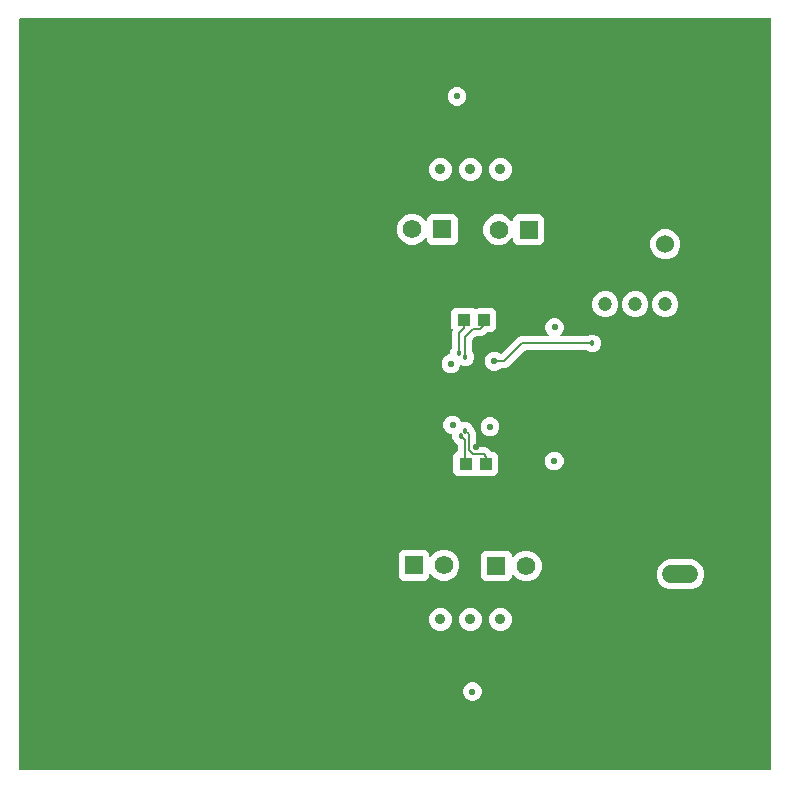
<source format=gbl>
G04 EAGLE Gerber RS-274X export*
G75*
%MOMM*%
%FSLAX34Y34*%
%LPD*%
%INBottom Copper*%
%IPPOS*%
%AMOC8*
5,1,8,0,0,1.08239X$1,22.5*%
G01*
%ADD10R,1.100000X1.000000*%
%ADD11R,5.080000X1.270000*%
%ADD12R,1.270000X5.080000*%
%ADD13C,0.914400*%
%ADD14C,1.200000*%
%ADD15C,1.530000*%
%ADD16R,2.540000X8.382000*%
%ADD17C,1.500000*%
%ADD18R,1.570000X1.570000*%
%ADD19C,1.570000*%
%ADD20C,0.762000*%
%ADD21C,0.558800*%
%ADD22C,6.350000*%
%ADD23C,0.553200*%
%ADD24C,0.203200*%
%ADD25C,0.457200*%

G36*
X635020Y-758D02*
X635020Y-758D01*
X635039Y-760D01*
X635141Y-738D01*
X635243Y-722D01*
X635260Y-712D01*
X635280Y-708D01*
X635369Y-655D01*
X635460Y-606D01*
X635474Y-592D01*
X635491Y-582D01*
X635558Y-503D01*
X635630Y-428D01*
X635638Y-410D01*
X635651Y-395D01*
X635690Y-299D01*
X635733Y-205D01*
X635735Y-185D01*
X635743Y-167D01*
X635761Y0D01*
X635761Y635000D01*
X635758Y635020D01*
X635760Y635039D01*
X635738Y635141D01*
X635722Y635243D01*
X635712Y635260D01*
X635708Y635280D01*
X635655Y635369D01*
X635606Y635460D01*
X635592Y635474D01*
X635582Y635491D01*
X635503Y635558D01*
X635428Y635630D01*
X635410Y635638D01*
X635395Y635651D01*
X635299Y635690D01*
X635205Y635733D01*
X635185Y635735D01*
X635167Y635743D01*
X635000Y635761D01*
X0Y635761D01*
X-20Y635758D01*
X-39Y635760D01*
X-141Y635738D01*
X-243Y635722D01*
X-260Y635712D01*
X-280Y635708D01*
X-369Y635655D01*
X-460Y635606D01*
X-474Y635592D01*
X-491Y635582D01*
X-558Y635503D01*
X-630Y635428D01*
X-638Y635410D01*
X-651Y635395D01*
X-690Y635299D01*
X-733Y635205D01*
X-735Y635185D01*
X-743Y635167D01*
X-761Y635000D01*
X-761Y0D01*
X-758Y-20D01*
X-760Y-39D01*
X-738Y-141D01*
X-722Y-243D01*
X-712Y-260D01*
X-708Y-280D01*
X-655Y-369D01*
X-606Y-460D01*
X-592Y-474D01*
X-582Y-491D01*
X-503Y-558D01*
X-428Y-630D01*
X-410Y-638D01*
X-395Y-651D01*
X-299Y-690D01*
X-205Y-733D01*
X-185Y-735D01*
X-167Y-743D01*
X0Y-761D01*
X635000Y-761D01*
X635020Y-758D01*
G37*
%LPC*%
G36*
X399759Y337593D02*
X399759Y337593D01*
X396875Y338788D01*
X394668Y340995D01*
X393473Y343879D01*
X393473Y347001D01*
X394668Y349885D01*
X396875Y352092D01*
X399759Y353287D01*
X402881Y353287D01*
X405765Y352092D01*
X406097Y351760D01*
X406171Y351707D01*
X406241Y351647D01*
X406271Y351635D01*
X406297Y351616D01*
X406384Y351589D01*
X406469Y351555D01*
X406510Y351551D01*
X406532Y351544D01*
X406564Y351545D01*
X406636Y351537D01*
X406861Y351537D01*
X406951Y351551D01*
X407042Y351559D01*
X407072Y351571D01*
X407104Y351576D01*
X407185Y351619D01*
X407269Y351655D01*
X407301Y351681D01*
X407321Y351692D01*
X407344Y351715D01*
X407400Y351760D01*
X421488Y365849D01*
X423729Y366777D01*
X446805Y366777D01*
X446875Y366788D01*
X446947Y366790D01*
X446996Y366808D01*
X447047Y366816D01*
X447111Y366850D01*
X447178Y366875D01*
X447219Y366907D01*
X447265Y366932D01*
X447314Y366984D01*
X447370Y367028D01*
X447398Y367072D01*
X447434Y367110D01*
X447464Y367175D01*
X447503Y367235D01*
X447516Y367286D01*
X447538Y367333D01*
X447546Y367404D01*
X447563Y367474D01*
X447559Y367526D01*
X447565Y367577D01*
X447549Y367648D01*
X447544Y367719D01*
X447524Y367767D01*
X447512Y367818D01*
X447476Y367879D01*
X447448Y367945D01*
X447403Y368001D01*
X447386Y368029D01*
X447369Y368044D01*
X447343Y368076D01*
X445722Y369697D01*
X444527Y372581D01*
X444527Y375703D01*
X445722Y378587D01*
X447929Y380794D01*
X450813Y381989D01*
X453935Y381989D01*
X456819Y380794D01*
X459026Y378587D01*
X460221Y375703D01*
X460221Y372581D01*
X459026Y369697D01*
X457405Y368076D01*
X457363Y368018D01*
X457314Y367966D01*
X457292Y367919D01*
X457262Y367877D01*
X457241Y367808D01*
X457210Y367743D01*
X457205Y367691D01*
X457189Y367641D01*
X457191Y367570D01*
X457183Y367499D01*
X457194Y367448D01*
X457196Y367396D01*
X457220Y367328D01*
X457236Y367258D01*
X457262Y367213D01*
X457280Y367165D01*
X457325Y367109D01*
X457362Y367047D01*
X457401Y367013D01*
X457434Y366973D01*
X457494Y366934D01*
X457549Y366887D01*
X457597Y366868D01*
X457641Y366840D01*
X457710Y366822D01*
X457777Y366795D01*
X457848Y366787D01*
X457879Y366779D01*
X457903Y366781D01*
X457943Y366777D01*
X479741Y366777D01*
X479831Y366791D01*
X479922Y366799D01*
X479952Y366811D01*
X479984Y366816D01*
X480065Y366859D01*
X480149Y366895D01*
X480167Y366909D01*
X482913Y368047D01*
X485843Y368047D01*
X488551Y366925D01*
X490623Y364853D01*
X491745Y362145D01*
X491745Y359215D01*
X490623Y356507D01*
X488551Y354435D01*
X485843Y353313D01*
X482913Y353313D01*
X480158Y354454D01*
X480136Y354473D01*
X480106Y354485D01*
X480080Y354504D01*
X479993Y354531D01*
X479908Y354565D01*
X479867Y354569D01*
X479845Y354576D01*
X479813Y354575D01*
X479741Y354583D01*
X427783Y354583D01*
X427693Y354569D01*
X427602Y354561D01*
X427572Y354549D01*
X427540Y354544D01*
X427459Y354501D01*
X427375Y354465D01*
X427343Y354439D01*
X427323Y354428D01*
X427300Y354405D01*
X427244Y354360D01*
X413156Y340271D01*
X410915Y339343D01*
X406636Y339343D01*
X406545Y339329D01*
X406455Y339321D01*
X406425Y339309D01*
X406393Y339304D01*
X406312Y339261D01*
X406228Y339225D01*
X406196Y339199D01*
X406175Y339188D01*
X406153Y339165D01*
X406097Y339120D01*
X405765Y338788D01*
X402881Y337593D01*
X399759Y337593D01*
G37*
%LPD*%
%LPC*%
G36*
X362929Y335561D02*
X362929Y335561D01*
X360045Y336756D01*
X357838Y338963D01*
X356643Y341847D01*
X356643Y344969D01*
X357838Y347853D01*
X360045Y350060D01*
X362929Y351255D01*
X363220Y351255D01*
X363240Y351258D01*
X363259Y351256D01*
X363361Y351278D01*
X363463Y351294D01*
X363480Y351304D01*
X363500Y351308D01*
X363589Y351361D01*
X363680Y351410D01*
X363694Y351424D01*
X363711Y351434D01*
X363778Y351513D01*
X363850Y351588D01*
X363858Y351606D01*
X363871Y351621D01*
X363910Y351717D01*
X363953Y351811D01*
X363955Y351831D01*
X363963Y351849D01*
X363981Y352016D01*
X363981Y354271D01*
X365122Y357026D01*
X365141Y357048D01*
X365153Y357078D01*
X365172Y357104D01*
X365199Y357191D01*
X365233Y357276D01*
X365237Y357317D01*
X365244Y357339D01*
X365243Y357371D01*
X365251Y357443D01*
X365251Y370275D01*
X365960Y371985D01*
X365969Y372024D01*
X365979Y372046D01*
X365984Y372088D01*
X365986Y372099D01*
X366015Y372212D01*
X366014Y372218D01*
X366016Y372224D01*
X366005Y372341D01*
X365996Y372457D01*
X365993Y372463D01*
X365993Y372469D01*
X365945Y372576D01*
X365899Y372683D01*
X365895Y372689D01*
X365893Y372694D01*
X365880Y372707D01*
X365795Y372814D01*
X364967Y373641D01*
X364967Y387851D01*
X367943Y390827D01*
X383152Y390827D01*
X383510Y390470D01*
X383526Y390458D01*
X383538Y390442D01*
X383625Y390386D01*
X383709Y390326D01*
X383728Y390320D01*
X383745Y390309D01*
X383846Y390284D01*
X383945Y390254D01*
X383964Y390254D01*
X383984Y390249D01*
X384087Y390257D01*
X384190Y390260D01*
X384209Y390267D01*
X384229Y390268D01*
X384324Y390309D01*
X384421Y390344D01*
X384437Y390357D01*
X384455Y390365D01*
X384586Y390470D01*
X384943Y390827D01*
X400153Y390827D01*
X403129Y387851D01*
X403129Y373641D01*
X400153Y370665D01*
X396113Y370665D01*
X396023Y370651D01*
X395932Y370643D01*
X395902Y370631D01*
X395870Y370626D01*
X395789Y370583D01*
X395705Y370547D01*
X395673Y370521D01*
X395653Y370510D01*
X395630Y370487D01*
X395574Y370442D01*
X392582Y367449D01*
X390341Y366521D01*
X386127Y366521D01*
X386037Y366507D01*
X385946Y366499D01*
X385916Y366487D01*
X385884Y366482D01*
X385803Y366439D01*
X385719Y366403D01*
X385687Y366377D01*
X385667Y366366D01*
X385644Y366343D01*
X385588Y366298D01*
X383002Y363712D01*
X382949Y363638D01*
X382889Y363568D01*
X382877Y363538D01*
X382858Y363512D01*
X382831Y363425D01*
X382797Y363340D01*
X382793Y363299D01*
X382786Y363277D01*
X382787Y363245D01*
X382779Y363173D01*
X382779Y353379D01*
X382793Y353289D01*
X382801Y353198D01*
X382813Y353168D01*
X382818Y353136D01*
X382861Y353055D01*
X382897Y352971D01*
X382911Y352953D01*
X384049Y350207D01*
X384049Y347277D01*
X382927Y344569D01*
X380855Y342497D01*
X378147Y341375D01*
X375217Y341375D01*
X373295Y342171D01*
X373276Y342176D01*
X373258Y342185D01*
X373156Y342204D01*
X373055Y342227D01*
X373036Y342226D01*
X373016Y342229D01*
X372913Y342214D01*
X372811Y342204D01*
X372792Y342196D01*
X372773Y342193D01*
X372680Y342146D01*
X372586Y342104D01*
X372571Y342091D01*
X372553Y342082D01*
X372481Y342008D01*
X372405Y341938D01*
X372395Y341920D01*
X372381Y341906D01*
X372300Y341759D01*
X371142Y338963D01*
X368935Y336756D01*
X366051Y335561D01*
X362929Y335561D01*
G37*
%LPD*%
%LPC*%
G36*
X369467Y248745D02*
X369467Y248745D01*
X366491Y251721D01*
X366491Y265931D01*
X369471Y268910D01*
X369472Y268910D01*
X369491Y268908D01*
X369593Y268930D01*
X369695Y268946D01*
X369712Y268956D01*
X369732Y268960D01*
X369821Y269013D01*
X369912Y269062D01*
X369926Y269076D01*
X369943Y269086D01*
X370010Y269165D01*
X370082Y269240D01*
X370090Y269258D01*
X370103Y269273D01*
X370142Y269369D01*
X370185Y269463D01*
X370187Y269483D01*
X370195Y269501D01*
X370213Y269668D01*
X370213Y274664D01*
X370194Y274779D01*
X370177Y274895D01*
X370175Y274901D01*
X370174Y274907D01*
X370119Y275010D01*
X370066Y275114D01*
X370061Y275119D01*
X370058Y275124D01*
X369974Y275204D01*
X369890Y275287D01*
X369884Y275290D01*
X369880Y275294D01*
X369863Y275301D01*
X369743Y275367D01*
X368953Y275695D01*
X366881Y277767D01*
X365759Y280475D01*
X365759Y282984D01*
X365756Y283004D01*
X365758Y283023D01*
X365736Y283125D01*
X365720Y283227D01*
X365710Y283244D01*
X365706Y283264D01*
X365653Y283353D01*
X365604Y283444D01*
X365590Y283458D01*
X365580Y283475D01*
X365501Y283542D01*
X365426Y283614D01*
X365408Y283622D01*
X365393Y283635D01*
X365297Y283674D01*
X365203Y283717D01*
X365183Y283719D01*
X365165Y283727D01*
X364998Y283745D01*
X364453Y283745D01*
X361569Y284940D01*
X359362Y287147D01*
X358167Y290031D01*
X358167Y293153D01*
X359362Y296037D01*
X361569Y298244D01*
X364453Y299439D01*
X367575Y299439D01*
X370459Y298244D01*
X372666Y296037D01*
X373384Y294303D01*
X373395Y294286D01*
X373400Y294267D01*
X373459Y294182D01*
X373495Y294125D01*
X373502Y294113D01*
X373502Y294112D01*
X373514Y294094D01*
X373529Y294081D01*
X373541Y294065D01*
X373624Y294003D01*
X373703Y293937D01*
X373722Y293930D01*
X373738Y293918D01*
X373836Y293886D01*
X373933Y293849D01*
X373953Y293848D01*
X373972Y293842D01*
X374075Y293843D01*
X374179Y293838D01*
X374198Y293844D01*
X374218Y293844D01*
X374343Y293881D01*
X374353Y293882D01*
X374359Y293885D01*
X374379Y293891D01*
X374963Y294133D01*
X377893Y294133D01*
X380601Y293011D01*
X382673Y290939D01*
X383814Y288184D01*
X383817Y288156D01*
X383829Y288126D01*
X383834Y288094D01*
X383877Y288013D01*
X383913Y287929D01*
X383939Y287897D01*
X383950Y287877D01*
X383973Y287854D01*
X384018Y287798D01*
X384899Y286918D01*
X385827Y284677D01*
X385827Y273558D01*
X385830Y273538D01*
X385828Y273519D01*
X385850Y273417D01*
X385866Y273315D01*
X385876Y273298D01*
X385880Y273278D01*
X385933Y273189D01*
X385982Y273098D01*
X385996Y273084D01*
X386006Y273067D01*
X386085Y273000D01*
X386160Y272928D01*
X386178Y272920D01*
X386193Y272907D01*
X386289Y272868D01*
X386383Y272825D01*
X386403Y272823D01*
X386421Y272815D01*
X386588Y272797D01*
X393389Y272797D01*
X395630Y271869D01*
X398368Y269130D01*
X398442Y269077D01*
X398512Y269017D01*
X398542Y269005D01*
X398568Y268986D01*
X398655Y268959D01*
X398740Y268925D01*
X398781Y268921D01*
X398803Y268914D01*
X398835Y268915D01*
X398907Y268907D01*
X401677Y268907D01*
X404653Y265931D01*
X404653Y251721D01*
X401677Y248745D01*
X386467Y248745D01*
X386110Y249102D01*
X386094Y249114D01*
X386082Y249130D01*
X385995Y249186D01*
X385911Y249246D01*
X385892Y249252D01*
X385875Y249263D01*
X385774Y249288D01*
X385675Y249318D01*
X385656Y249318D01*
X385636Y249323D01*
X385533Y249315D01*
X385430Y249312D01*
X385411Y249305D01*
X385391Y249304D01*
X385296Y249263D01*
X385199Y249228D01*
X385183Y249215D01*
X385165Y249207D01*
X385034Y249102D01*
X384676Y248745D01*
X369467Y248745D01*
G37*
%LPD*%
%LPC*%
G36*
X329406Y444269D02*
X329406Y444269D01*
X324653Y446238D01*
X321016Y449875D01*
X319047Y454628D01*
X319047Y459772D01*
X321016Y464525D01*
X324653Y468162D01*
X329406Y470131D01*
X334550Y470131D01*
X339303Y468162D01*
X342940Y464525D01*
X342983Y464422D01*
X343034Y464339D01*
X343080Y464253D01*
X343098Y464235D01*
X343112Y464213D01*
X343187Y464151D01*
X343258Y464084D01*
X343282Y464073D01*
X343302Y464056D01*
X343393Y464021D01*
X343481Y463980D01*
X343507Y463977D01*
X343531Y463968D01*
X343629Y463964D01*
X343725Y463953D01*
X343751Y463959D01*
X343777Y463957D01*
X343871Y463985D01*
X343966Y464005D01*
X343988Y464019D01*
X344013Y464026D01*
X344093Y464081D01*
X344177Y464131D01*
X344194Y464151D01*
X344215Y464166D01*
X344274Y464244D01*
X344337Y464318D01*
X344347Y464343D01*
X344362Y464364D01*
X344392Y464456D01*
X344429Y464546D01*
X344432Y464579D01*
X344438Y464597D01*
X344438Y464630D01*
X344447Y464713D01*
X344447Y467155D01*
X347423Y470131D01*
X367333Y470131D01*
X370309Y467155D01*
X370309Y447245D01*
X367333Y444269D01*
X347423Y444269D01*
X344447Y447245D01*
X344447Y449687D01*
X344432Y449783D01*
X344422Y449880D01*
X344412Y449904D01*
X344408Y449930D01*
X344362Y450016D01*
X344322Y450105D01*
X344305Y450124D01*
X344292Y450147D01*
X344222Y450214D01*
X344156Y450286D01*
X344133Y450298D01*
X344114Y450316D01*
X344026Y450357D01*
X343940Y450404D01*
X343915Y450409D01*
X343891Y450420D01*
X343794Y450431D01*
X343698Y450448D01*
X343672Y450444D01*
X343647Y450447D01*
X343551Y450426D01*
X343455Y450412D01*
X343432Y450400D01*
X343406Y450395D01*
X343323Y450345D01*
X343236Y450301D01*
X343217Y450282D01*
X343195Y450269D01*
X343132Y450195D01*
X343064Y450125D01*
X343048Y450096D01*
X343035Y450082D01*
X343023Y450051D01*
X342983Y449978D01*
X342940Y449875D01*
X339303Y446238D01*
X334550Y444269D01*
X329406Y444269D01*
G37*
%LPD*%
%LPC*%
G36*
X402304Y444015D02*
X402304Y444015D01*
X397551Y445984D01*
X393914Y449621D01*
X391945Y454374D01*
X391945Y459518D01*
X393914Y464271D01*
X397551Y467908D01*
X402304Y469877D01*
X407448Y469877D01*
X412201Y467908D01*
X415838Y464271D01*
X415881Y464168D01*
X415932Y464085D01*
X415978Y463999D01*
X415996Y463981D01*
X416010Y463959D01*
X416085Y463897D01*
X416156Y463830D01*
X416180Y463819D01*
X416200Y463802D01*
X416291Y463767D01*
X416379Y463726D01*
X416405Y463723D01*
X416429Y463714D01*
X416527Y463710D01*
X416623Y463699D01*
X416649Y463705D01*
X416675Y463703D01*
X416769Y463731D01*
X416864Y463751D01*
X416886Y463765D01*
X416911Y463772D01*
X416991Y463827D01*
X417075Y463877D01*
X417092Y463897D01*
X417113Y463912D01*
X417172Y463990D01*
X417235Y464064D01*
X417245Y464089D01*
X417260Y464110D01*
X417290Y464202D01*
X417327Y464292D01*
X417330Y464325D01*
X417336Y464343D01*
X417336Y464376D01*
X417345Y464459D01*
X417345Y466901D01*
X420321Y469877D01*
X440231Y469877D01*
X443207Y466901D01*
X443207Y446991D01*
X440231Y444015D01*
X420321Y444015D01*
X417345Y446991D01*
X417345Y449433D01*
X417330Y449529D01*
X417320Y449626D01*
X417310Y449650D01*
X417306Y449676D01*
X417260Y449762D01*
X417220Y449851D01*
X417203Y449870D01*
X417190Y449893D01*
X417120Y449960D01*
X417054Y450032D01*
X417031Y450044D01*
X417012Y450062D01*
X416924Y450103D01*
X416838Y450150D01*
X416813Y450155D01*
X416789Y450166D01*
X416692Y450177D01*
X416596Y450194D01*
X416570Y450190D01*
X416545Y450193D01*
X416449Y450172D01*
X416353Y450158D01*
X416330Y450146D01*
X416304Y450141D01*
X416221Y450091D01*
X416134Y450047D01*
X416115Y450028D01*
X416093Y450015D01*
X416030Y449941D01*
X415962Y449871D01*
X415946Y449842D01*
X415933Y449828D01*
X415921Y449797D01*
X415881Y449724D01*
X415838Y449621D01*
X412201Y445984D01*
X407448Y444015D01*
X402304Y444015D01*
G37*
%LPD*%
%LPC*%
G36*
X323293Y159789D02*
X323293Y159789D01*
X320317Y162765D01*
X320317Y182675D01*
X323293Y185651D01*
X343203Y185651D01*
X346179Y182675D01*
X346179Y180233D01*
X346194Y180137D01*
X346204Y180040D01*
X346214Y180016D01*
X346218Y179990D01*
X346264Y179904D01*
X346304Y179815D01*
X346321Y179796D01*
X346334Y179773D01*
X346404Y179706D01*
X346470Y179634D01*
X346493Y179622D01*
X346512Y179604D01*
X346600Y179563D01*
X346686Y179516D01*
X346711Y179511D01*
X346735Y179500D01*
X346832Y179489D01*
X346928Y179472D01*
X346954Y179476D01*
X346979Y179473D01*
X347075Y179494D01*
X347171Y179508D01*
X347194Y179520D01*
X347220Y179525D01*
X347303Y179575D01*
X347390Y179619D01*
X347409Y179638D01*
X347431Y179651D01*
X347494Y179725D01*
X347562Y179795D01*
X347578Y179824D01*
X347591Y179838D01*
X347603Y179869D01*
X347643Y179942D01*
X347686Y180045D01*
X351323Y183682D01*
X356076Y185651D01*
X361220Y185651D01*
X365973Y183682D01*
X369610Y180045D01*
X371579Y175292D01*
X371579Y170148D01*
X369610Y165395D01*
X365973Y161758D01*
X361220Y159789D01*
X356076Y159789D01*
X351323Y161758D01*
X347686Y165395D01*
X347643Y165498D01*
X347592Y165581D01*
X347546Y165667D01*
X347528Y165685D01*
X347514Y165707D01*
X347439Y165769D01*
X347368Y165836D01*
X347344Y165847D01*
X347324Y165864D01*
X347233Y165899D01*
X347145Y165940D01*
X347119Y165943D01*
X347095Y165952D01*
X346997Y165956D01*
X346901Y165967D01*
X346875Y165961D01*
X346849Y165963D01*
X346755Y165935D01*
X346660Y165915D01*
X346638Y165901D01*
X346613Y165894D01*
X346533Y165839D01*
X346449Y165789D01*
X346432Y165769D01*
X346411Y165754D01*
X346352Y165676D01*
X346289Y165602D01*
X346279Y165577D01*
X346264Y165556D01*
X346234Y165464D01*
X346197Y165374D01*
X346194Y165341D01*
X346188Y165323D01*
X346188Y165290D01*
X346179Y165207D01*
X346179Y162765D01*
X343203Y159789D01*
X323293Y159789D01*
G37*
%LPD*%
%LPC*%
G36*
X393143Y159281D02*
X393143Y159281D01*
X390167Y162257D01*
X390167Y182167D01*
X393143Y185143D01*
X413053Y185143D01*
X416029Y182167D01*
X416029Y179725D01*
X416044Y179629D01*
X416054Y179532D01*
X416064Y179508D01*
X416068Y179482D01*
X416114Y179396D01*
X416154Y179307D01*
X416171Y179288D01*
X416184Y179265D01*
X416254Y179198D01*
X416320Y179126D01*
X416343Y179114D01*
X416362Y179096D01*
X416450Y179055D01*
X416536Y179008D01*
X416561Y179003D01*
X416585Y178992D01*
X416682Y178981D01*
X416778Y178964D01*
X416804Y178968D01*
X416829Y178965D01*
X416925Y178986D01*
X417021Y179000D01*
X417044Y179012D01*
X417070Y179017D01*
X417153Y179067D01*
X417240Y179111D01*
X417259Y179130D01*
X417281Y179143D01*
X417344Y179217D01*
X417412Y179287D01*
X417428Y179316D01*
X417441Y179330D01*
X417453Y179361D01*
X417493Y179434D01*
X417536Y179537D01*
X421173Y183174D01*
X425926Y185143D01*
X431070Y185143D01*
X435823Y183174D01*
X439460Y179537D01*
X441429Y174784D01*
X441429Y169640D01*
X439460Y164887D01*
X435823Y161250D01*
X431070Y159281D01*
X425926Y159281D01*
X421173Y161250D01*
X417536Y164887D01*
X417493Y164990D01*
X417442Y165073D01*
X417396Y165159D01*
X417378Y165177D01*
X417364Y165199D01*
X417289Y165261D01*
X417218Y165328D01*
X417194Y165339D01*
X417174Y165356D01*
X417083Y165391D01*
X416995Y165432D01*
X416969Y165435D01*
X416945Y165444D01*
X416847Y165448D01*
X416751Y165459D01*
X416725Y165453D01*
X416699Y165455D01*
X416605Y165427D01*
X416510Y165407D01*
X416488Y165393D01*
X416463Y165386D01*
X416383Y165331D01*
X416299Y165281D01*
X416282Y165261D01*
X416261Y165246D01*
X416202Y165168D01*
X416139Y165094D01*
X416129Y165069D01*
X416114Y165048D01*
X416084Y164956D01*
X416047Y164866D01*
X416044Y164833D01*
X416038Y164815D01*
X416038Y164782D01*
X416029Y164699D01*
X416029Y162257D01*
X413053Y159281D01*
X393143Y159281D01*
G37*
%LPD*%
%LPC*%
G36*
X548798Y152519D02*
X548798Y152519D01*
X544174Y154435D01*
X540635Y157974D01*
X538719Y162598D01*
X538719Y167602D01*
X540635Y172226D01*
X544174Y175765D01*
X548798Y177681D01*
X568802Y177681D01*
X573426Y175765D01*
X576965Y172226D01*
X578881Y167602D01*
X578881Y162598D01*
X576965Y157974D01*
X573426Y154435D01*
X568802Y152519D01*
X548798Y152519D01*
G37*
%LPD*%
%LPC*%
G36*
X543568Y431769D02*
X543568Y431769D01*
X538889Y433707D01*
X535307Y437289D01*
X533369Y441968D01*
X533369Y447032D01*
X535307Y451711D01*
X538889Y455293D01*
X543568Y457231D01*
X548632Y457231D01*
X553311Y455293D01*
X556893Y451711D01*
X558831Y447032D01*
X558831Y441968D01*
X556893Y437289D01*
X553311Y433707D01*
X548632Y431769D01*
X543568Y431769D01*
G37*
%LPD*%
%LPC*%
G36*
X493096Y382619D02*
X493096Y382619D01*
X489023Y384306D01*
X485906Y387423D01*
X484219Y391496D01*
X484219Y395904D01*
X485906Y399977D01*
X489023Y403094D01*
X493096Y404781D01*
X497504Y404781D01*
X501577Y403094D01*
X504694Y399977D01*
X506381Y395904D01*
X506381Y391496D01*
X504694Y387423D01*
X501577Y384306D01*
X497504Y382619D01*
X493096Y382619D01*
G37*
%LPD*%
%LPC*%
G36*
X518496Y382619D02*
X518496Y382619D01*
X514423Y384306D01*
X511306Y387423D01*
X509619Y391496D01*
X509619Y395904D01*
X511306Y399977D01*
X514423Y403094D01*
X518496Y404781D01*
X522904Y404781D01*
X526977Y403094D01*
X530094Y399977D01*
X531781Y395904D01*
X531781Y391496D01*
X530094Y387423D01*
X526977Y384306D01*
X522904Y382619D01*
X518496Y382619D01*
G37*
%LPD*%
%LPC*%
G36*
X543896Y382619D02*
X543896Y382619D01*
X539823Y384306D01*
X536706Y387423D01*
X535019Y391496D01*
X535019Y395904D01*
X536706Y399977D01*
X539823Y403094D01*
X543896Y404781D01*
X548304Y404781D01*
X552377Y403094D01*
X555494Y399977D01*
X557181Y395904D01*
X557181Y391496D01*
X555494Y387423D01*
X552377Y384306D01*
X548304Y382619D01*
X543896Y382619D01*
G37*
%LPD*%
%LPC*%
G36*
X379080Y498347D02*
X379080Y498347D01*
X375532Y499817D01*
X372817Y502532D01*
X371347Y506080D01*
X371347Y509920D01*
X372817Y513468D01*
X375532Y516183D01*
X379080Y517653D01*
X382920Y517653D01*
X386468Y516183D01*
X389183Y513468D01*
X390653Y509920D01*
X390653Y506080D01*
X389183Y502532D01*
X386468Y499817D01*
X382920Y498347D01*
X379080Y498347D01*
G37*
%LPD*%
%LPC*%
G36*
X353680Y498347D02*
X353680Y498347D01*
X350132Y499817D01*
X347417Y502532D01*
X345947Y506080D01*
X345947Y509920D01*
X347417Y513468D01*
X350132Y516183D01*
X353680Y517653D01*
X357520Y517653D01*
X361068Y516183D01*
X363783Y513468D01*
X365253Y509920D01*
X365253Y506080D01*
X363783Y502532D01*
X361068Y499817D01*
X357520Y498347D01*
X353680Y498347D01*
G37*
%LPD*%
%LPC*%
G36*
X404480Y498347D02*
X404480Y498347D01*
X400932Y499817D01*
X398217Y502532D01*
X396747Y506080D01*
X396747Y509920D01*
X398217Y513468D01*
X400932Y516183D01*
X404480Y517653D01*
X408320Y517653D01*
X411868Y516183D01*
X414583Y513468D01*
X416053Y509920D01*
X416053Y506080D01*
X414583Y502532D01*
X411868Y499817D01*
X408320Y498347D01*
X404480Y498347D01*
G37*
%LPD*%
%LPC*%
G36*
X404480Y117347D02*
X404480Y117347D01*
X400932Y118817D01*
X398217Y121532D01*
X396747Y125080D01*
X396747Y128920D01*
X398217Y132468D01*
X400932Y135183D01*
X404480Y136653D01*
X408320Y136653D01*
X411868Y135183D01*
X414583Y132468D01*
X416053Y128920D01*
X416053Y125080D01*
X414583Y121532D01*
X411868Y118817D01*
X408320Y117347D01*
X404480Y117347D01*
G37*
%LPD*%
%LPC*%
G36*
X379080Y117347D02*
X379080Y117347D01*
X375532Y118817D01*
X372817Y121532D01*
X371347Y125080D01*
X371347Y128920D01*
X372817Y132468D01*
X375532Y135183D01*
X379080Y136653D01*
X382920Y136653D01*
X386468Y135183D01*
X389183Y132468D01*
X390653Y128920D01*
X390653Y125080D01*
X389183Y121532D01*
X386468Y118817D01*
X382920Y117347D01*
X379080Y117347D01*
G37*
%LPD*%
%LPC*%
G36*
X353680Y117347D02*
X353680Y117347D01*
X350132Y118817D01*
X347417Y121532D01*
X345947Y125080D01*
X345947Y128920D01*
X347417Y132468D01*
X350132Y135183D01*
X353680Y136653D01*
X357520Y136653D01*
X361068Y135183D01*
X363783Y132468D01*
X365253Y128920D01*
X365253Y125080D01*
X363783Y121532D01*
X361068Y118817D01*
X357520Y117347D01*
X353680Y117347D01*
G37*
%LPD*%
%LPC*%
G36*
X368263Y561875D02*
X368263Y561875D01*
X365379Y563070D01*
X363172Y565277D01*
X361977Y568161D01*
X361977Y571283D01*
X363172Y574167D01*
X365379Y576374D01*
X368263Y577569D01*
X371385Y577569D01*
X374269Y576374D01*
X376476Y574167D01*
X377671Y571283D01*
X377671Y568161D01*
X376476Y565277D01*
X374269Y563070D01*
X371385Y561875D01*
X368263Y561875D01*
G37*
%LPD*%
%LPC*%
G36*
X395949Y282221D02*
X395949Y282221D01*
X393065Y283416D01*
X390858Y285623D01*
X389663Y288507D01*
X389663Y291629D01*
X390858Y294513D01*
X393065Y296720D01*
X395949Y297915D01*
X399071Y297915D01*
X401955Y296720D01*
X404162Y294513D01*
X405357Y291629D01*
X405357Y288507D01*
X404162Y285623D01*
X401955Y283416D01*
X399071Y282221D01*
X395949Y282221D01*
G37*
%LPD*%
%LPC*%
G36*
X450559Y253265D02*
X450559Y253265D01*
X447675Y254460D01*
X445468Y256667D01*
X444273Y259551D01*
X444273Y262673D01*
X445468Y265557D01*
X447675Y267764D01*
X450559Y268959D01*
X453681Y268959D01*
X456565Y267764D01*
X458772Y265557D01*
X459967Y262673D01*
X459967Y259551D01*
X458772Y256667D01*
X456565Y254460D01*
X453681Y253265D01*
X450559Y253265D01*
G37*
%LPD*%
%LPC*%
G36*
X381217Y57939D02*
X381217Y57939D01*
X378333Y59134D01*
X376126Y61341D01*
X374931Y64225D01*
X374931Y67347D01*
X376126Y70231D01*
X378333Y72438D01*
X381217Y73633D01*
X384339Y73633D01*
X387223Y72438D01*
X389430Y70231D01*
X390625Y67347D01*
X390625Y64225D01*
X389430Y61341D01*
X387223Y59134D01*
X384339Y57939D01*
X381217Y57939D01*
G37*
%LPD*%
D10*
X375548Y380746D03*
X392548Y380746D03*
X377072Y258826D03*
X394072Y258826D03*
D11*
X609600Y525145D03*
X609600Y440055D03*
D12*
X427355Y609600D03*
X512445Y609600D03*
X249555Y609600D03*
X334645Y609600D03*
X512445Y25400D03*
X427355Y25400D03*
X334645Y25400D03*
X249555Y25400D03*
D13*
X355600Y127000D03*
X381000Y127000D03*
X406400Y127000D03*
X406400Y508000D03*
X381000Y508000D03*
X355600Y508000D03*
D14*
X520700Y393700D03*
X495300Y393700D03*
X546100Y393700D03*
D15*
X546100Y444500D03*
X495300Y444500D03*
D16*
X11430Y374904D03*
X12700Y127000D03*
X622300Y304800D03*
D17*
X566300Y165100D02*
X551300Y165100D01*
X551300Y190500D02*
X566300Y190500D01*
D18*
X357378Y457200D03*
D19*
X331978Y457200D03*
D18*
X430276Y456946D03*
D19*
X404876Y456946D03*
D18*
X333248Y172720D03*
D19*
X358648Y172720D03*
D18*
X403098Y172212D03*
D19*
X428498Y172212D03*
D20*
X194616Y488876D03*
X207188Y476303D03*
X219761Y463731D03*
X232333Y451159D03*
X183121Y477381D03*
X195694Y464809D03*
X208266Y452236D03*
X220838Y439664D03*
X182044Y501448D03*
X169471Y514020D03*
X156899Y526593D03*
X144327Y539165D03*
X170549Y489953D03*
X157977Y502526D03*
X145404Y515098D03*
X132832Y527670D03*
X155821Y550660D03*
X167316Y562155D03*
X178990Y573829D03*
X192833Y562527D03*
X205405Y548684D03*
X217977Y536112D03*
X230550Y523539D03*
X132971Y107063D03*
X145543Y119635D03*
X158116Y132208D03*
X170688Y144780D03*
X183260Y157352D03*
X195833Y169925D03*
X208405Y182497D03*
X220977Y195069D03*
X144466Y95568D03*
X157038Y108141D03*
X169610Y120713D03*
X182183Y133285D03*
X194755Y145858D03*
X207327Y158430D03*
X219900Y171002D03*
X232472Y183575D03*
X121476Y118558D03*
X109981Y130052D03*
X98307Y141727D03*
X109609Y154299D03*
X122182Y166871D03*
X134754Y179444D03*
X147327Y193286D03*
D21*
X11430Y147320D03*
X24130Y147320D03*
X36830Y147320D03*
X49530Y147320D03*
X62230Y139700D03*
X74930Y130810D03*
X86360Y120650D03*
X96520Y110490D03*
X107950Y99060D03*
X118110Y88900D03*
X134620Y87630D03*
X10160Y106680D03*
X22860Y106680D03*
X35560Y106680D03*
X48260Y106680D03*
X59690Y111760D03*
X69850Y104140D03*
X81280Y92710D03*
X92710Y82550D03*
X109220Y66040D03*
X135890Y64770D03*
X156210Y64770D03*
X249936Y154178D03*
X254000Y175260D03*
X254000Y190500D03*
X252730Y201930D03*
X237490Y215900D03*
X227330Y215900D03*
X212090Y215900D03*
X246380Y224790D03*
X255270Y233680D03*
X8382Y360426D03*
X21082Y360426D03*
X35052Y360426D03*
X46990Y360680D03*
X26162Y304038D03*
X62230Y361950D03*
X76200Y368300D03*
X87630Y379730D03*
X91440Y397510D03*
X91440Y414020D03*
X91440Y426720D03*
X91440Y436880D03*
X102870Y448310D03*
X113030Y458470D03*
X120650Y464820D03*
X8128Y385318D03*
X20066Y385826D03*
X31750Y386080D03*
X46736Y385318D03*
X60960Y387350D03*
X68580Y392430D03*
X69850Y405130D03*
X69850Y417830D03*
X69850Y430530D03*
X71120Y445770D03*
X78740Y455930D03*
X87630Y464820D03*
X97790Y473710D03*
X102870Y481330D03*
X190500Y421894D03*
X205740Y419100D03*
X223520Y419100D03*
X238760Y419100D03*
X250190Y407670D03*
X262890Y394970D03*
X249936Y481330D03*
X252730Y468630D03*
X252730Y455930D03*
X252730Y443230D03*
X252730Y433070D03*
X261620Y422910D03*
X270510Y414020D03*
X278130Y406400D03*
X304800Y379730D03*
X303530Y353060D03*
X283210Y576580D03*
X283210Y551180D03*
X283210Y525780D03*
X283210Y500380D03*
X283210Y474980D03*
X283210Y462280D03*
X283210Y450850D03*
X295910Y427990D03*
X309880Y415290D03*
X386080Y363220D03*
X323850Y425450D03*
X313690Y434340D03*
X302260Y455930D03*
X402590Y355600D03*
X431800Y419100D03*
X453390Y403860D03*
X464820Y416560D03*
X453390Y429260D03*
X459740Y455930D03*
X477520Y455930D03*
X480060Y469900D03*
X478790Y485140D03*
X478282Y505460D03*
X477520Y521970D03*
X477520Y544830D03*
X477520Y570230D03*
X461010Y570230D03*
X461010Y544830D03*
X300990Y576580D03*
X300990Y551180D03*
X300990Y525780D03*
X300990Y500380D03*
X300228Y482854D03*
X461010Y520700D03*
X461010Y503174D03*
X461010Y486410D03*
X274320Y588010D03*
X274320Y604520D03*
X274320Y619760D03*
X309880Y588010D03*
X309880Y603250D03*
X309880Y619760D03*
X452120Y593090D03*
X450850Y608330D03*
X452120Y624840D03*
X487680Y591820D03*
X487680Y607060D03*
X487680Y623570D03*
X411480Y330200D03*
X420370Y337820D03*
X429260Y339090D03*
X422910Y317500D03*
X436880Y317500D03*
X410980Y304300D03*
X429260Y297180D03*
X515620Y292100D03*
X527050Y293370D03*
X542290Y293370D03*
X560070Y293370D03*
X554990Y316230D03*
X569468Y316484D03*
X573024Y293624D03*
X585216Y292862D03*
X597408Y292862D03*
X610362Y292608D03*
X582422Y316738D03*
X595884Y316992D03*
X607314Y316992D03*
X284480Y57150D03*
X284480Y95250D03*
X284480Y149860D03*
X278892Y164084D03*
X284480Y177800D03*
X284480Y191770D03*
X292100Y203200D03*
X281940Y229870D03*
X289560Y240030D03*
X299720Y247650D03*
X281940Y260350D03*
X288290Y265430D03*
X285750Y370840D03*
X294640Y363220D03*
X299720Y120650D03*
X299720Y148590D03*
X300990Y86360D03*
X299720Y58420D03*
X302260Y179070D03*
X303530Y189230D03*
X320040Y205740D03*
X309880Y219710D03*
X340360Y227330D03*
X349250Y236220D03*
X328930Y238760D03*
X344170Y255270D03*
X376936Y232918D03*
X386080Y273050D03*
X411480Y274320D03*
X426720Y223520D03*
X435610Y213360D03*
X448310Y209550D03*
X459740Y199390D03*
X459740Y182880D03*
X468630Y252730D03*
X429260Y255270D03*
X462280Y222250D03*
X476250Y207010D03*
X479552Y185420D03*
X482092Y164846D03*
X481330Y143510D03*
X483108Y121412D03*
X483108Y96012D03*
X483108Y70612D03*
X483108Y45212D03*
X459740Y148590D03*
X459740Y135890D03*
X459740Y110490D03*
X459740Y85090D03*
X459740Y59690D03*
X620522Y316992D03*
X622300Y292862D03*
X26162Y227838D03*
X127762Y291338D03*
X76962Y253238D03*
X140462Y354838D03*
X191262Y304038D03*
X89662Y189738D03*
X64262Y507238D03*
X26162Y507238D03*
X76962Y596138D03*
X521462Y519938D03*
X521462Y558038D03*
X546862Y532638D03*
X521462Y227838D03*
X597662Y138938D03*
X508762Y138938D03*
X584962Y215138D03*
X338074Y317500D03*
X321056Y323342D03*
X321056Y313690D03*
X304292Y332994D03*
X303276Y302006D03*
X343916Y271018D03*
X462534Y317500D03*
X474980Y317500D03*
X493522Y317754D03*
X442214Y232410D03*
X451866Y392938D03*
X415290Y287528D03*
X350774Y284988D03*
X322580Y402590D03*
X335280Y389890D03*
X340360Y379730D03*
X356870Y363220D03*
X410210Y424180D03*
X347980Y402590D03*
X335280Y415290D03*
X322072Y497840D03*
X417322Y400050D03*
X419100Y367030D03*
X427990Y381000D03*
X440690Y393700D03*
X284480Y120650D03*
X188468Y216154D03*
X175006Y226822D03*
X164338Y229108D03*
X155956Y222250D03*
X148590Y213868D03*
X140208Y205232D03*
X243078Y99060D03*
X252222Y107188D03*
X259842Y115062D03*
X267462Y122682D03*
X267462Y134366D03*
X258318Y146050D03*
X253492Y165100D03*
X144780Y445516D03*
X142240Y435356D03*
X147828Y427482D03*
X153162Y422148D03*
X160020Y414020D03*
X168148Y407416D03*
X177038Y409702D03*
X240792Y527304D03*
X248412Y520954D03*
X256032Y513588D03*
X263144Y504698D03*
X260858Y494792D03*
X444246Y339852D03*
X444246Y294894D03*
X456438Y34036D03*
X279400Y30480D03*
X304038Y26924D03*
X484632Y17780D03*
X203200Y434594D03*
X237236Y468630D03*
X203454Y200152D03*
X236982Y167132D03*
D22*
X38100Y596900D03*
X596900Y596900D03*
X38100Y38100D03*
X596900Y38100D03*
D21*
X521462Y75438D03*
X386080Y243840D03*
X385572Y392430D03*
D23*
X382778Y65786D03*
X452374Y374142D03*
X452120Y261112D03*
X397510Y290068D03*
X366014Y291592D03*
X364490Y343408D03*
X369824Y569722D03*
X401320Y345440D03*
D24*
X409702Y345440D01*
X424942Y360680D02*
X484378Y360680D01*
X424942Y360680D02*
X409702Y345440D01*
D25*
X484378Y360680D03*
X376428Y286766D03*
D24*
X379730Y283464D01*
X379730Y270256D01*
X383286Y266700D01*
X394072Y264804D02*
X394072Y258826D01*
X392176Y266700D02*
X383286Y266700D01*
X392176Y266700D02*
X394072Y264804D01*
D25*
X373126Y281940D03*
D24*
X376310Y278756D01*
X376310Y259588D01*
X377072Y258826D01*
D25*
X371348Y352806D03*
D24*
X375548Y373262D02*
X375548Y380746D01*
X371348Y369062D02*
X371348Y352806D01*
X371348Y369062D02*
X375548Y373262D01*
D25*
X376682Y348742D03*
D24*
X376682Y366014D01*
X379984Y369316D01*
X382270Y371602D01*
X383286Y372618D01*
X389128Y372618D01*
X392548Y376038D01*
X392548Y380746D01*
M02*

</source>
